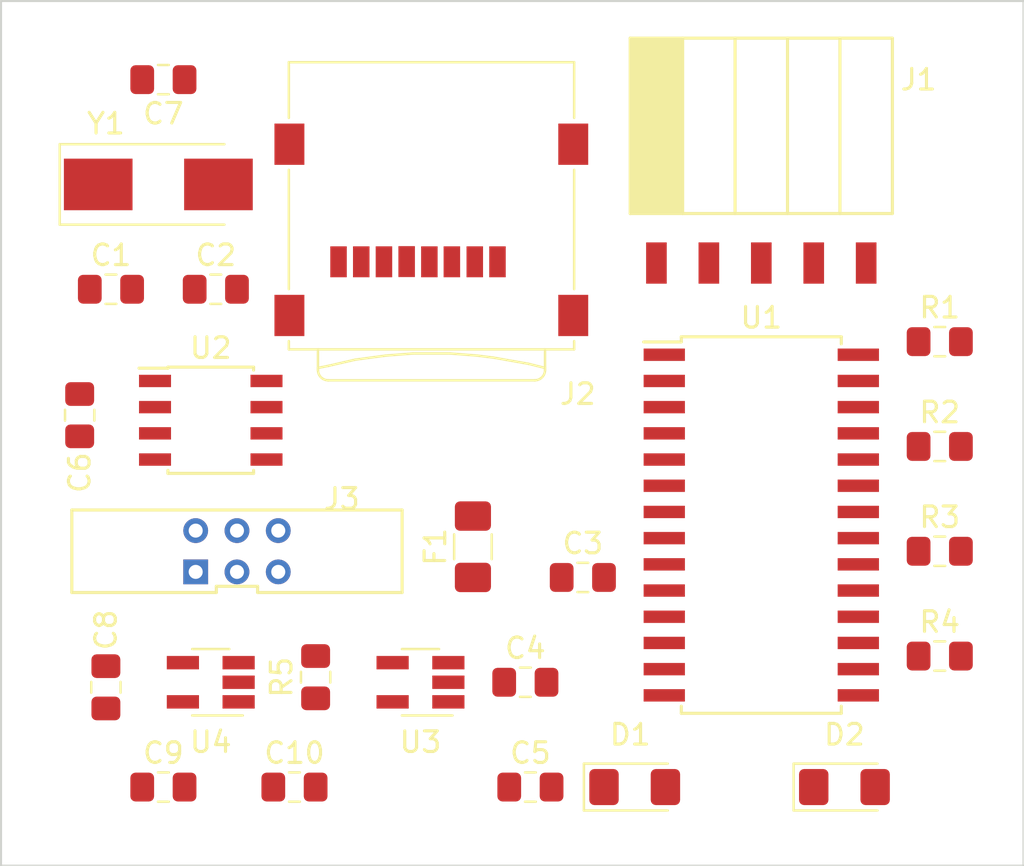
<source format=kicad_pcb>
(kicad_pcb (version 20171130) (host pcbnew "(5.0.1)-3")

  (general
    (thickness 1.6)
    (drawings 4)
    (tracks 0)
    (zones 0)
    (modules 26)
    (nets 38)
  )

  (page A4)
  (title_block
    (title "logger board")
    (rev v01)
    (comment 4 "Author: Joanna Diao")
  )

  (layers
    (0 F.Cu signal)
    (31 B.Cu signal)
    (32 B.Adhes user)
    (33 F.Adhes user)
    (34 B.Paste user)
    (35 F.Paste user)
    (36 B.SilkS user)
    (37 F.SilkS user)
    (38 B.Mask user)
    (39 F.Mask user)
    (40 Dwgs.User user)
    (41 Cmts.User user)
    (42 Eco1.User user)
    (43 Eco2.User user)
    (44 Edge.Cuts user)
    (45 Margin user)
    (46 B.CrtYd user)
    (47 F.CrtYd user)
    (48 B.Fab user)
    (49 F.Fab user)
  )

  (setup
    (last_trace_width 0.440004)
    (trace_clearance 0.254)
    (zone_clearance 0.508)
    (zone_45_only no)
    (trace_min 0.44)
    (segment_width 0.2)
    (edge_width 0.1)
    (via_size 0.762)
    (via_drill 0.381)
    (via_min_size 0.381)
    (via_min_drill 0.381)
    (uvia_size 0.762)
    (uvia_drill 0.381)
    (uvias_allowed no)
    (uvia_min_size 0.2)
    (uvia_min_drill 0.1)
    (pcb_text_width 0.3)
    (pcb_text_size 1.5 1.5)
    (mod_edge_width 0.15)
    (mod_text_size 1 1)
    (mod_text_width 0.15)
    (pad_size 1.5 1.5)
    (pad_drill 0.6)
    (pad_to_mask_clearance 0.0508)
    (solder_mask_min_width 0.25)
    (aux_axis_origin 0 0)
    (visible_elements 7FFFFFFF)
    (pcbplotparams
      (layerselection 0x010fc_ffffffff)
      (usegerberextensions false)
      (usegerberattributes false)
      (usegerberadvancedattributes false)
      (creategerberjobfile false)
      (excludeedgelayer true)
      (linewidth 0.100000)
      (plotframeref false)
      (viasonmask false)
      (mode 1)
      (useauxorigin false)
      (hpglpennumber 1)
      (hpglpenspeed 20)
      (hpglpendiameter 15.000000)
      (psnegative false)
      (psa4output false)
      (plotreference true)
      (plotvalue true)
      (plotinvisibletext false)
      (padsonsilk false)
      (subtractmaskfromsilk false)
      (outputformat 1)
      (mirror false)
      (drillshape 1)
      (scaleselection 1)
      (outputdirectory ""))
  )

  (net 0 "")
  (net 1 /OSC1)
  (net 2 GND)
  (net 3 /OSC2)
  (net 4 "Net-(C3-Pad1)")
  (net 5 +3V3)
  (net 6 +5V)
  (net 7 "Net-(D1-Pad2)")
  (net 8 "Net-(D1-Pad1)")
  (net 9 "Net-(D2-Pad1)")
  (net 10 "Net-(D2-Pad2)")
  (net 11 "Net-(F1-Pad1)")
  (net 12 "Net-(F1-Pad2)")
  (net 13 /ICSPCLK)
  (net 14 /ICSPDAT)
  (net 15 /~MCLR)
  (net 16 "Net-(J2-Pad9)")
  (net 17 "Net-(J2-Pad8)")
  (net 18 /SD1_MISO)
  (net 19 /SD1_SCLK)
  (net 20 /SD1_MOSI)
  (net 21 /SD1_CS)
  (net 22 "Net-(J2-Pad1)")
  (net 23 CANH)
  (net 24 CANL)
  (net 25 "Net-(J3-Pad5)")
  (net 26 "Net-(U1-Pad2)")
  (net 27 CURR_AMP)
  (net 28 "Net-(U1-Pad4)")
  (net 29 "Net-(U1-Pad5)")
  (net 30 "Net-(U1-Pad11)")
  (net 31 "Net-(U1-Pad12)")
  (net 32 "Net-(U1-Pad14)")
  (net 33 /CANRX)
  (net 34 /CANTX)
  (net 35 "Net-(U1-Pad23)")
  (net 36 "Net-(U1-Pad26)")
  (net 37 "Net-(U4-Pad4)")

  (net_class Default "This is the default net class."
    (clearance 0.254)
    (trace_width 0.440004)
    (via_dia 0.762)
    (via_drill 0.381)
    (uvia_dia 0.762)
    (uvia_drill 0.381)
    (diff_pair_gap 0.25)
    (diff_pair_width 0.440004)
    (add_net +3V3)
    (add_net +5V)
    (add_net /CANRX)
    (add_net /CANTX)
    (add_net /ICSPCLK)
    (add_net /ICSPDAT)
    (add_net /OSC1)
    (add_net /OSC2)
    (add_net /SD1_CS)
    (add_net /SD1_MISO)
    (add_net /SD1_MOSI)
    (add_net /SD1_SCLK)
    (add_net /~MCLR)
    (add_net CANH)
    (add_net CANL)
    (add_net CURR_AMP)
    (add_net GND)
    (add_net "Net-(C3-Pad1)")
    (add_net "Net-(D1-Pad1)")
    (add_net "Net-(D1-Pad2)")
    (add_net "Net-(D2-Pad1)")
    (add_net "Net-(D2-Pad2)")
    (add_net "Net-(F1-Pad1)")
    (add_net "Net-(F1-Pad2)")
    (add_net "Net-(J2-Pad1)")
    (add_net "Net-(J2-Pad8)")
    (add_net "Net-(J2-Pad9)")
    (add_net "Net-(J3-Pad5)")
    (add_net "Net-(U1-Pad11)")
    (add_net "Net-(U1-Pad12)")
    (add_net "Net-(U1-Pad14)")
    (add_net "Net-(U1-Pad2)")
    (add_net "Net-(U1-Pad23)")
    (add_net "Net-(U1-Pad26)")
    (add_net "Net-(U1-Pad4)")
    (add_net "Net-(U1-Pad5)")
    (add_net "Net-(U4-Pad4)")
  )

  (module Capacitor_SMD:C_0805_2012Metric_Pad1.15x1.40mm_HandSolder (layer F.Cu) (tedit 5B36C52B) (tstamp 5DDB0C96)
    (at 70.095 68.58)
    (descr "Capacitor SMD 0805 (2012 Metric), square (rectangular) end terminal, IPC_7351 nominal with elongated pad for handsoldering. (Body size source: https://docs.google.com/spreadsheets/d/1BsfQQcO9C6DZCsRaXUlFlo91Tg2WpOkGARC1WS5S8t0/edit?usp=sharing), generated with kicad-footprint-generator")
    (tags "capacitor handsolder")
    (path /5B9D2A77)
    (attr smd)
    (fp_text reference C1 (at 0 -1.65) (layer F.SilkS)
      (effects (font (size 1 1) (thickness 0.15)))
    )
    (fp_text value C_Small (at 0 1.65) (layer F.Fab)
      (effects (font (size 1 1) (thickness 0.15)))
    )
    (fp_line (start -1 0.6) (end -1 -0.6) (layer F.Fab) (width 0.1))
    (fp_line (start -1 -0.6) (end 1 -0.6) (layer F.Fab) (width 0.1))
    (fp_line (start 1 -0.6) (end 1 0.6) (layer F.Fab) (width 0.1))
    (fp_line (start 1 0.6) (end -1 0.6) (layer F.Fab) (width 0.1))
    (fp_line (start -0.261252 -0.71) (end 0.261252 -0.71) (layer F.SilkS) (width 0.12))
    (fp_line (start -0.261252 0.71) (end 0.261252 0.71) (layer F.SilkS) (width 0.12))
    (fp_line (start -1.85 0.95) (end -1.85 -0.95) (layer F.CrtYd) (width 0.05))
    (fp_line (start -1.85 -0.95) (end 1.85 -0.95) (layer F.CrtYd) (width 0.05))
    (fp_line (start 1.85 -0.95) (end 1.85 0.95) (layer F.CrtYd) (width 0.05))
    (fp_line (start 1.85 0.95) (end -1.85 0.95) (layer F.CrtYd) (width 0.05))
    (fp_text user %R (at 0 0) (layer F.Fab)
      (effects (font (size 0.5 0.5) (thickness 0.08)))
    )
    (pad 1 smd roundrect (at -1.025 0) (size 1.15 1.4) (layers F.Cu F.Paste F.Mask) (roundrect_rratio 0.217391)
      (net 1 /OSC1))
    (pad 2 smd roundrect (at 1.025 0) (size 1.15 1.4) (layers F.Cu F.Paste F.Mask) (roundrect_rratio 0.217391)
      (net 2 GND))
    (model ${KISYS3DMOD}/Capacitor_SMD.3dshapes/C_0805_2012Metric.wrl
      (at (xyz 0 0 0))
      (scale (xyz 1 1 1))
      (rotate (xyz 0 0 0))
    )
  )

  (module Capacitor_SMD:C_0805_2012Metric_Pad1.15x1.40mm_HandSolder (layer F.Cu) (tedit 5B36C52B) (tstamp 5DDB0CA7)
    (at 75.175 68.58)
    (descr "Capacitor SMD 0805 (2012 Metric), square (rectangular) end terminal, IPC_7351 nominal with elongated pad for handsoldering. (Body size source: https://docs.google.com/spreadsheets/d/1BsfQQcO9C6DZCsRaXUlFlo91Tg2WpOkGARC1WS5S8t0/edit?usp=sharing), generated with kicad-footprint-generator")
    (tags "capacitor handsolder")
    (path /5B9D2ABA)
    (attr smd)
    (fp_text reference C2 (at 0 -1.65) (layer F.SilkS)
      (effects (font (size 1 1) (thickness 0.15)))
    )
    (fp_text value C_Small (at 0 1.65) (layer F.Fab)
      (effects (font (size 1 1) (thickness 0.15)))
    )
    (fp_text user %R (at 0 0) (layer F.Fab)
      (effects (font (size 0.5 0.5) (thickness 0.08)))
    )
    (fp_line (start 1.85 0.95) (end -1.85 0.95) (layer F.CrtYd) (width 0.05))
    (fp_line (start 1.85 -0.95) (end 1.85 0.95) (layer F.CrtYd) (width 0.05))
    (fp_line (start -1.85 -0.95) (end 1.85 -0.95) (layer F.CrtYd) (width 0.05))
    (fp_line (start -1.85 0.95) (end -1.85 -0.95) (layer F.CrtYd) (width 0.05))
    (fp_line (start -0.261252 0.71) (end 0.261252 0.71) (layer F.SilkS) (width 0.12))
    (fp_line (start -0.261252 -0.71) (end 0.261252 -0.71) (layer F.SilkS) (width 0.12))
    (fp_line (start 1 0.6) (end -1 0.6) (layer F.Fab) (width 0.1))
    (fp_line (start 1 -0.6) (end 1 0.6) (layer F.Fab) (width 0.1))
    (fp_line (start -1 -0.6) (end 1 -0.6) (layer F.Fab) (width 0.1))
    (fp_line (start -1 0.6) (end -1 -0.6) (layer F.Fab) (width 0.1))
    (pad 2 smd roundrect (at 1.025 0) (size 1.15 1.4) (layers F.Cu F.Paste F.Mask) (roundrect_rratio 0.217391)
      (net 2 GND))
    (pad 1 smd roundrect (at -1.025 0) (size 1.15 1.4) (layers F.Cu F.Paste F.Mask) (roundrect_rratio 0.217391)
      (net 3 /OSC2))
    (model ${KISYS3DMOD}/Capacitor_SMD.3dshapes/C_0805_2012Metric.wrl
      (at (xyz 0 0 0))
      (scale (xyz 1 1 1))
      (rotate (xyz 0 0 0))
    )
  )

  (module Capacitor_SMD:C_0805_2012Metric_Pad1.15x1.40mm_HandSolder (layer F.Cu) (tedit 5B36C52B) (tstamp 5DDB0CB8)
    (at 92.955 82.55)
    (descr "Capacitor SMD 0805 (2012 Metric), square (rectangular) end terminal, IPC_7351 nominal with elongated pad for handsoldering. (Body size source: https://docs.google.com/spreadsheets/d/1BsfQQcO9C6DZCsRaXUlFlo91Tg2WpOkGARC1WS5S8t0/edit?usp=sharing), generated with kicad-footprint-generator")
    (tags "capacitor handsolder")
    (path /5B9D1690)
    (attr smd)
    (fp_text reference C3 (at 0 -1.65) (layer F.SilkS)
      (effects (font (size 1 1) (thickness 0.15)))
    )
    (fp_text value 10u (at 0 1.65) (layer F.Fab)
      (effects (font (size 1 1) (thickness 0.15)))
    )
    (fp_line (start -1 0.6) (end -1 -0.6) (layer F.Fab) (width 0.1))
    (fp_line (start -1 -0.6) (end 1 -0.6) (layer F.Fab) (width 0.1))
    (fp_line (start 1 -0.6) (end 1 0.6) (layer F.Fab) (width 0.1))
    (fp_line (start 1 0.6) (end -1 0.6) (layer F.Fab) (width 0.1))
    (fp_line (start -0.261252 -0.71) (end 0.261252 -0.71) (layer F.SilkS) (width 0.12))
    (fp_line (start -0.261252 0.71) (end 0.261252 0.71) (layer F.SilkS) (width 0.12))
    (fp_line (start -1.85 0.95) (end -1.85 -0.95) (layer F.CrtYd) (width 0.05))
    (fp_line (start -1.85 -0.95) (end 1.85 -0.95) (layer F.CrtYd) (width 0.05))
    (fp_line (start 1.85 -0.95) (end 1.85 0.95) (layer F.CrtYd) (width 0.05))
    (fp_line (start 1.85 0.95) (end -1.85 0.95) (layer F.CrtYd) (width 0.05))
    (fp_text user %R (at 0 0) (layer F.Fab)
      (effects (font (size 0.5 0.5) (thickness 0.08)))
    )
    (pad 1 smd roundrect (at -1.025 0) (size 1.15 1.4) (layers F.Cu F.Paste F.Mask) (roundrect_rratio 0.217391)
      (net 4 "Net-(C3-Pad1)"))
    (pad 2 smd roundrect (at 1.025 0) (size 1.15 1.4) (layers F.Cu F.Paste F.Mask) (roundrect_rratio 0.217391)
      (net 2 GND))
    (model ${KISYS3DMOD}/Capacitor_SMD.3dshapes/C_0805_2012Metric.wrl
      (at (xyz 0 0 0))
      (scale (xyz 1 1 1))
      (rotate (xyz 0 0 0))
    )
  )

  (module Capacitor_SMD:C_0805_2012Metric_Pad1.15x1.40mm_HandSolder (layer F.Cu) (tedit 5B36C52B) (tstamp 5DDB0CC9)
    (at 90.17 87.63)
    (descr "Capacitor SMD 0805 (2012 Metric), square (rectangular) end terminal, IPC_7351 nominal with elongated pad for handsoldering. (Body size source: https://docs.google.com/spreadsheets/d/1BsfQQcO9C6DZCsRaXUlFlo91Tg2WpOkGARC1WS5S8t0/edit?usp=sharing), generated with kicad-footprint-generator")
    (tags "capacitor handsolder")
    (path /5B9D1079)
    (attr smd)
    (fp_text reference C4 (at 0 -1.65) (layer F.SilkS)
      (effects (font (size 1 1) (thickness 0.15)))
    )
    (fp_text value 0.1u (at 0 1.65) (layer F.Fab)
      (effects (font (size 1 1) (thickness 0.15)))
    )
    (fp_line (start -1 0.6) (end -1 -0.6) (layer F.Fab) (width 0.1))
    (fp_line (start -1 -0.6) (end 1 -0.6) (layer F.Fab) (width 0.1))
    (fp_line (start 1 -0.6) (end 1 0.6) (layer F.Fab) (width 0.1))
    (fp_line (start 1 0.6) (end -1 0.6) (layer F.Fab) (width 0.1))
    (fp_line (start -0.261252 -0.71) (end 0.261252 -0.71) (layer F.SilkS) (width 0.12))
    (fp_line (start -0.261252 0.71) (end 0.261252 0.71) (layer F.SilkS) (width 0.12))
    (fp_line (start -1.85 0.95) (end -1.85 -0.95) (layer F.CrtYd) (width 0.05))
    (fp_line (start -1.85 -0.95) (end 1.85 -0.95) (layer F.CrtYd) (width 0.05))
    (fp_line (start 1.85 -0.95) (end 1.85 0.95) (layer F.CrtYd) (width 0.05))
    (fp_line (start 1.85 0.95) (end -1.85 0.95) (layer F.CrtYd) (width 0.05))
    (fp_text user %R (at 0 0) (layer F.Fab)
      (effects (font (size 0.5 0.5) (thickness 0.08)))
    )
    (pad 1 smd roundrect (at -1.025 0) (size 1.15 1.4) (layers F.Cu F.Paste F.Mask) (roundrect_rratio 0.217391)
      (net 5 +3V3))
    (pad 2 smd roundrect (at 1.025 0) (size 1.15 1.4) (layers F.Cu F.Paste F.Mask) (roundrect_rratio 0.217391)
      (net 2 GND))
    (model ${KISYS3DMOD}/Capacitor_SMD.3dshapes/C_0805_2012Metric.wrl
      (at (xyz 0 0 0))
      (scale (xyz 1 1 1))
      (rotate (xyz 0 0 0))
    )
  )

  (module Capacitor_SMD:C_0805_2012Metric_Pad1.15x1.40mm_HandSolder (layer F.Cu) (tedit 5B36C52B) (tstamp 5DDB0CDA)
    (at 90.415 92.71)
    (descr "Capacitor SMD 0805 (2012 Metric), square (rectangular) end terminal, IPC_7351 nominal with elongated pad for handsoldering. (Body size source: https://docs.google.com/spreadsheets/d/1BsfQQcO9C6DZCsRaXUlFlo91Tg2WpOkGARC1WS5S8t0/edit?usp=sharing), generated with kicad-footprint-generator")
    (tags "capacitor handsolder")
    (path /5B9D10DB)
    (attr smd)
    (fp_text reference C5 (at 0 -1.65) (layer F.SilkS)
      (effects (font (size 1 1) (thickness 0.15)))
    )
    (fp_text value 0.1u (at 0 1.65) (layer F.Fab)
      (effects (font (size 1 1) (thickness 0.15)))
    )
    (fp_line (start -1 0.6) (end -1 -0.6) (layer F.Fab) (width 0.1))
    (fp_line (start -1 -0.6) (end 1 -0.6) (layer F.Fab) (width 0.1))
    (fp_line (start 1 -0.6) (end 1 0.6) (layer F.Fab) (width 0.1))
    (fp_line (start 1 0.6) (end -1 0.6) (layer F.Fab) (width 0.1))
    (fp_line (start -0.261252 -0.71) (end 0.261252 -0.71) (layer F.SilkS) (width 0.12))
    (fp_line (start -0.261252 0.71) (end 0.261252 0.71) (layer F.SilkS) (width 0.12))
    (fp_line (start -1.85 0.95) (end -1.85 -0.95) (layer F.CrtYd) (width 0.05))
    (fp_line (start -1.85 -0.95) (end 1.85 -0.95) (layer F.CrtYd) (width 0.05))
    (fp_line (start 1.85 -0.95) (end 1.85 0.95) (layer F.CrtYd) (width 0.05))
    (fp_line (start 1.85 0.95) (end -1.85 0.95) (layer F.CrtYd) (width 0.05))
    (fp_text user %R (at 0 0) (layer F.Fab)
      (effects (font (size 0.5 0.5) (thickness 0.08)))
    )
    (pad 1 smd roundrect (at -1.025 0) (size 1.15 1.4) (layers F.Cu F.Paste F.Mask) (roundrect_rratio 0.217391)
      (net 2 GND))
    (pad 2 smd roundrect (at 1.025 0) (size 1.15 1.4) (layers F.Cu F.Paste F.Mask) (roundrect_rratio 0.217391)
      (net 5 +3V3))
    (model ${KISYS3DMOD}/Capacitor_SMD.3dshapes/C_0805_2012Metric.wrl
      (at (xyz 0 0 0))
      (scale (xyz 1 1 1))
      (rotate (xyz 0 0 0))
    )
  )

  (module Capacitor_SMD:C_0805_2012Metric_Pad1.15x1.40mm_HandSolder (layer F.Cu) (tedit 5B36C52B) (tstamp 5DDB0CEB)
    (at 68.58 74.685 90)
    (descr "Capacitor SMD 0805 (2012 Metric), square (rectangular) end terminal, IPC_7351 nominal with elongated pad for handsoldering. (Body size source: https://docs.google.com/spreadsheets/d/1BsfQQcO9C6DZCsRaXUlFlo91Tg2WpOkGARC1WS5S8t0/edit?usp=sharing), generated with kicad-footprint-generator")
    (tags "capacitor handsolder")
    (path /5BDE69DD)
    (attr smd)
    (fp_text reference C6 (at -2.785 0 90) (layer F.SilkS)
      (effects (font (size 1 1) (thickness 0.15)))
    )
    (fp_text value C (at -0.245 1.27 90) (layer F.Fab)
      (effects (font (size 1 1) (thickness 0.15)))
    )
    (fp_text user %R (at 0 0 90) (layer F.Fab)
      (effects (font (size 0.5 0.5) (thickness 0.08)))
    )
    (fp_line (start 1.85 0.95) (end -1.85 0.95) (layer F.CrtYd) (width 0.05))
    (fp_line (start 1.85 -0.95) (end 1.85 0.95) (layer F.CrtYd) (width 0.05))
    (fp_line (start -1.85 -0.95) (end 1.85 -0.95) (layer F.CrtYd) (width 0.05))
    (fp_line (start -1.85 0.95) (end -1.85 -0.95) (layer F.CrtYd) (width 0.05))
    (fp_line (start -0.261252 0.71) (end 0.261252 0.71) (layer F.SilkS) (width 0.12))
    (fp_line (start -0.261252 -0.71) (end 0.261252 -0.71) (layer F.SilkS) (width 0.12))
    (fp_line (start 1 0.6) (end -1 0.6) (layer F.Fab) (width 0.1))
    (fp_line (start 1 -0.6) (end 1 0.6) (layer F.Fab) (width 0.1))
    (fp_line (start -1 -0.6) (end 1 -0.6) (layer F.Fab) (width 0.1))
    (fp_line (start -1 0.6) (end -1 -0.6) (layer F.Fab) (width 0.1))
    (pad 2 smd roundrect (at 1.025 0 90) (size 1.15 1.4) (layers F.Cu F.Paste F.Mask) (roundrect_rratio 0.217391)
      (net 2 GND))
    (pad 1 smd roundrect (at -1.025 0 90) (size 1.15 1.4) (layers F.Cu F.Paste F.Mask) (roundrect_rratio 0.217391)
      (net 6 +5V))
    (model ${KISYS3DMOD}/Capacitor_SMD.3dshapes/C_0805_2012Metric.wrl
      (at (xyz 0 0 0))
      (scale (xyz 1 1 1))
      (rotate (xyz 0 0 0))
    )
  )

  (module Capacitor_SMD:C_0805_2012Metric_Pad1.15x1.40mm_HandSolder (layer F.Cu) (tedit 5B36C52B) (tstamp 5E1A49C2)
    (at 72.635 58.42 180)
    (descr "Capacitor SMD 0805 (2012 Metric), square (rectangular) end terminal, IPC_7351 nominal with elongated pad for handsoldering. (Body size source: https://docs.google.com/spreadsheets/d/1BsfQQcO9C6DZCsRaXUlFlo91Tg2WpOkGARC1WS5S8t0/edit?usp=sharing), generated with kicad-footprint-generator")
    (tags "capacitor handsolder")
    (path /5B9D7D87/5B9D8023)
    (attr smd)
    (fp_text reference C7 (at 0 -1.65 180) (layer F.SilkS)
      (effects (font (size 1 1) (thickness 0.15)))
    )
    (fp_text value 4.7uF (at 0 1.65 180) (layer F.Fab)
      (effects (font (size 1 1) (thickness 0.15)))
    )
    (fp_text user %R (at 0 0 180) (layer F.Fab)
      (effects (font (size 0.5 0.5) (thickness 0.08)))
    )
    (fp_line (start 1.85 0.95) (end -1.85 0.95) (layer F.CrtYd) (width 0.05))
    (fp_line (start 1.85 -0.95) (end 1.85 0.95) (layer F.CrtYd) (width 0.05))
    (fp_line (start -1.85 -0.95) (end 1.85 -0.95) (layer F.CrtYd) (width 0.05))
    (fp_line (start -1.85 0.95) (end -1.85 -0.95) (layer F.CrtYd) (width 0.05))
    (fp_line (start -0.261252 0.71) (end 0.261252 0.71) (layer F.SilkS) (width 0.12))
    (fp_line (start -0.261252 -0.71) (end 0.261252 -0.71) (layer F.SilkS) (width 0.12))
    (fp_line (start 1 0.6) (end -1 0.6) (layer F.Fab) (width 0.1))
    (fp_line (start 1 -0.6) (end 1 0.6) (layer F.Fab) (width 0.1))
    (fp_line (start -1 -0.6) (end 1 -0.6) (layer F.Fab) (width 0.1))
    (fp_line (start -1 0.6) (end -1 -0.6) (layer F.Fab) (width 0.1))
    (pad 2 smd roundrect (at 1.025 0 180) (size 1.15 1.4) (layers F.Cu F.Paste F.Mask) (roundrect_rratio 0.217391)
      (net 2 GND))
    (pad 1 smd roundrect (at -1.025 0 180) (size 1.15 1.4) (layers F.Cu F.Paste F.Mask) (roundrect_rratio 0.217391)
      (net 5 +3V3))
    (model ${KISYS3DMOD}/Capacitor_SMD.3dshapes/C_0805_2012Metric.wrl
      (at (xyz 0 0 0))
      (scale (xyz 1 1 1))
      (rotate (xyz 0 0 0))
    )
  )

  (module Capacitor_SMD:C_0805_2012Metric_Pad1.15x1.40mm_HandSolder (layer F.Cu) (tedit 5B36C52B) (tstamp 5DDB0D0D)
    (at 69.85 87.875 90)
    (descr "Capacitor SMD 0805 (2012 Metric), square (rectangular) end terminal, IPC_7351 nominal with elongated pad for handsoldering. (Body size source: https://docs.google.com/spreadsheets/d/1BsfQQcO9C6DZCsRaXUlFlo91Tg2WpOkGARC1WS5S8t0/edit?usp=sharing), generated with kicad-footprint-generator")
    (tags "capacitor handsolder")
    (path /5BA13536/5B9DE73F)
    (attr smd)
    (fp_text reference C8 (at 2.785 0 90) (layer F.SilkS)
      (effects (font (size 1 1) (thickness 0.15)))
    )
    (fp_text value 0.1u (at 0 1.65 90) (layer F.Fab)
      (effects (font (size 1 1) (thickness 0.15)))
    )
    (fp_text user %R (at 0 0 90) (layer F.Fab)
      (effects (font (size 0.5 0.5) (thickness 0.08)))
    )
    (fp_line (start 1.85 0.95) (end -1.85 0.95) (layer F.CrtYd) (width 0.05))
    (fp_line (start 1.85 -0.95) (end 1.85 0.95) (layer F.CrtYd) (width 0.05))
    (fp_line (start -1.85 -0.95) (end 1.85 -0.95) (layer F.CrtYd) (width 0.05))
    (fp_line (start -1.85 0.95) (end -1.85 -0.95) (layer F.CrtYd) (width 0.05))
    (fp_line (start -0.261252 0.71) (end 0.261252 0.71) (layer F.SilkS) (width 0.12))
    (fp_line (start -0.261252 -0.71) (end 0.261252 -0.71) (layer F.SilkS) (width 0.12))
    (fp_line (start 1 0.6) (end -1 0.6) (layer F.Fab) (width 0.1))
    (fp_line (start 1 -0.6) (end 1 0.6) (layer F.Fab) (width 0.1))
    (fp_line (start -1 -0.6) (end 1 -0.6) (layer F.Fab) (width 0.1))
    (fp_line (start -1 0.6) (end -1 -0.6) (layer F.Fab) (width 0.1))
    (pad 2 smd roundrect (at 1.025 0 90) (size 1.15 1.4) (layers F.Cu F.Paste F.Mask) (roundrect_rratio 0.217391)
      (net 5 +3V3))
    (pad 1 smd roundrect (at -1.025 0 90) (size 1.15 1.4) (layers F.Cu F.Paste F.Mask) (roundrect_rratio 0.217391)
      (net 2 GND))
    (model ${KISYS3DMOD}/Capacitor_SMD.3dshapes/C_0805_2012Metric.wrl
      (at (xyz 0 0 0))
      (scale (xyz 1 1 1))
      (rotate (xyz 0 0 0))
    )
  )

  (module Capacitor_SMD:C_0805_2012Metric_Pad1.15x1.40mm_HandSolder (layer F.Cu) (tedit 5B36C52B) (tstamp 5DDB0D1E)
    (at 72.635 92.71)
    (descr "Capacitor SMD 0805 (2012 Metric), square (rectangular) end terminal, IPC_7351 nominal with elongated pad for handsoldering. (Body size source: https://docs.google.com/spreadsheets/d/1BsfQQcO9C6DZCsRaXUlFlo91Tg2WpOkGARC1WS5S8t0/edit?usp=sharing), generated with kicad-footprint-generator")
    (tags "capacitor handsolder")
    (path /5BA13536/5B9E51A5)
    (attr smd)
    (fp_text reference C9 (at 0 -1.65) (layer F.SilkS)
      (effects (font (size 1 1) (thickness 0.15)))
    )
    (fp_text value 4.7u (at 0 1.65) (layer F.Fab)
      (effects (font (size 1 1) (thickness 0.15)))
    )
    (fp_line (start -1 0.6) (end -1 -0.6) (layer F.Fab) (width 0.1))
    (fp_line (start -1 -0.6) (end 1 -0.6) (layer F.Fab) (width 0.1))
    (fp_line (start 1 -0.6) (end 1 0.6) (layer F.Fab) (width 0.1))
    (fp_line (start 1 0.6) (end -1 0.6) (layer F.Fab) (width 0.1))
    (fp_line (start -0.261252 -0.71) (end 0.261252 -0.71) (layer F.SilkS) (width 0.12))
    (fp_line (start -0.261252 0.71) (end 0.261252 0.71) (layer F.SilkS) (width 0.12))
    (fp_line (start -1.85 0.95) (end -1.85 -0.95) (layer F.CrtYd) (width 0.05))
    (fp_line (start -1.85 -0.95) (end 1.85 -0.95) (layer F.CrtYd) (width 0.05))
    (fp_line (start 1.85 -0.95) (end 1.85 0.95) (layer F.CrtYd) (width 0.05))
    (fp_line (start 1.85 0.95) (end -1.85 0.95) (layer F.CrtYd) (width 0.05))
    (fp_text user %R (at 0 0) (layer F.Fab)
      (effects (font (size 0.5 0.5) (thickness 0.08)))
    )
    (pad 1 smd roundrect (at -1.025 0) (size 1.15 1.4) (layers F.Cu F.Paste F.Mask) (roundrect_rratio 0.217391)
      (net 2 GND))
    (pad 2 smd roundrect (at 1.025 0) (size 1.15 1.4) (layers F.Cu F.Paste F.Mask) (roundrect_rratio 0.217391)
      (net 6 +5V))
    (model ${KISYS3DMOD}/Capacitor_SMD.3dshapes/C_0805_2012Metric.wrl
      (at (xyz 0 0 0))
      (scale (xyz 1 1 1))
      (rotate (xyz 0 0 0))
    )
  )

  (module Capacitor_SMD:C_0805_2012Metric_Pad1.15x1.40mm_HandSolder (layer F.Cu) (tedit 5B36C52B) (tstamp 5DDB0D2F)
    (at 78.985 92.71)
    (descr "Capacitor SMD 0805 (2012 Metric), square (rectangular) end terminal, IPC_7351 nominal with elongated pad for handsoldering. (Body size source: https://docs.google.com/spreadsheets/d/1BsfQQcO9C6DZCsRaXUlFlo91Tg2WpOkGARC1WS5S8t0/edit?usp=sharing), generated with kicad-footprint-generator")
    (tags "capacitor handsolder")
    (path /5BA13536/5B9E5217)
    (attr smd)
    (fp_text reference C10 (at 0 -1.65) (layer F.SilkS)
      (effects (font (size 1 1) (thickness 0.15)))
    )
    (fp_text value 4.7u (at 0 1.65) (layer F.Fab)
      (effects (font (size 1 1) (thickness 0.15)))
    )
    (fp_text user %R (at 0 0) (layer F.Fab)
      (effects (font (size 0.5 0.5) (thickness 0.08)))
    )
    (fp_line (start 1.85 0.95) (end -1.85 0.95) (layer F.CrtYd) (width 0.05))
    (fp_line (start 1.85 -0.95) (end 1.85 0.95) (layer F.CrtYd) (width 0.05))
    (fp_line (start -1.85 -0.95) (end 1.85 -0.95) (layer F.CrtYd) (width 0.05))
    (fp_line (start -1.85 0.95) (end -1.85 -0.95) (layer F.CrtYd) (width 0.05))
    (fp_line (start -0.261252 0.71) (end 0.261252 0.71) (layer F.SilkS) (width 0.12))
    (fp_line (start -0.261252 -0.71) (end 0.261252 -0.71) (layer F.SilkS) (width 0.12))
    (fp_line (start 1 0.6) (end -1 0.6) (layer F.Fab) (width 0.1))
    (fp_line (start 1 -0.6) (end 1 0.6) (layer F.Fab) (width 0.1))
    (fp_line (start -1 -0.6) (end 1 -0.6) (layer F.Fab) (width 0.1))
    (fp_line (start -1 0.6) (end -1 -0.6) (layer F.Fab) (width 0.1))
    (pad 2 smd roundrect (at 1.025 0) (size 1.15 1.4) (layers F.Cu F.Paste F.Mask) (roundrect_rratio 0.217391)
      (net 5 +3V3))
    (pad 1 smd roundrect (at -1.025 0) (size 1.15 1.4) (layers F.Cu F.Paste F.Mask) (roundrect_rratio 0.217391)
      (net 2 GND))
    (model ${KISYS3DMOD}/Capacitor_SMD.3dshapes/C_0805_2012Metric.wrl
      (at (xyz 0 0 0))
      (scale (xyz 1 1 1))
      (rotate (xyz 0 0 0))
    )
  )

  (module LED_SMD:LED_1206_3216Metric_Pad1.42x1.75mm_HandSolder (layer F.Cu) (tedit 5B4B45C9) (tstamp 5DDB0D42)
    (at 95.4675 92.71)
    (descr "LED SMD 1206 (3216 Metric), square (rectangular) end terminal, IPC_7351 nominal, (Body size source: http://www.tortai-tech.com/upload/download/2011102023233369053.pdf), generated with kicad-footprint-generator")
    (tags "LED handsolder")
    (path /5B9F454C)
    (attr smd)
    (fp_text reference D1 (at -0.2175 -2.54) (layer F.SilkS)
      (effects (font (size 1 1) (thickness 0.15)))
    )
    (fp_text value DEBUG2 (at -0.2175 2.54) (layer F.Fab)
      (effects (font (size 1 1) (thickness 0.15)))
    )
    (fp_text user %R (at 0 0) (layer F.Fab)
      (effects (font (size 0.8 0.8) (thickness 0.12)))
    )
    (fp_line (start 2.45 1.12) (end -2.45 1.12) (layer F.CrtYd) (width 0.05))
    (fp_line (start 2.45 -1.12) (end 2.45 1.12) (layer F.CrtYd) (width 0.05))
    (fp_line (start -2.45 -1.12) (end 2.45 -1.12) (layer F.CrtYd) (width 0.05))
    (fp_line (start -2.45 1.12) (end -2.45 -1.12) (layer F.CrtYd) (width 0.05))
    (fp_line (start -2.46 1.135) (end 1.6 1.135) (layer F.SilkS) (width 0.12))
    (fp_line (start -2.46 -1.135) (end -2.46 1.135) (layer F.SilkS) (width 0.12))
    (fp_line (start 1.6 -1.135) (end -2.46 -1.135) (layer F.SilkS) (width 0.12))
    (fp_line (start 1.6 0.8) (end 1.6 -0.8) (layer F.Fab) (width 0.1))
    (fp_line (start -1.6 0.8) (end 1.6 0.8) (layer F.Fab) (width 0.1))
    (fp_line (start -1.6 -0.4) (end -1.6 0.8) (layer F.Fab) (width 0.1))
    (fp_line (start -1.2 -0.8) (end -1.6 -0.4) (layer F.Fab) (width 0.1))
    (fp_line (start 1.6 -0.8) (end -1.2 -0.8) (layer F.Fab) (width 0.1))
    (pad 2 smd roundrect (at 1.4875 0) (size 1.425 1.75) (layers F.Cu F.Paste F.Mask) (roundrect_rratio 0.175439)
      (net 7 "Net-(D1-Pad2)"))
    (pad 1 smd roundrect (at -1.4875 0) (size 1.425 1.75) (layers F.Cu F.Paste F.Mask) (roundrect_rratio 0.175439)
      (net 8 "Net-(D1-Pad1)"))
    (model ${KISYS3DMOD}/LED_SMD.3dshapes/LED_1206_3216Metric.wrl
      (at (xyz 0 0 0))
      (scale (xyz 1 1 1))
      (rotate (xyz 0 0 0))
    )
  )

  (module LED_SMD:LED_1206_3216Metric_Pad1.42x1.75mm_HandSolder (layer F.Cu) (tedit 5B4B45C9) (tstamp 5DDB0D55)
    (at 105.6275 92.71)
    (descr "LED SMD 1206 (3216 Metric), square (rectangular) end terminal, IPC_7351 nominal, (Body size source: http://www.tortai-tech.com/upload/download/2011102023233369053.pdf), generated with kicad-footprint-generator")
    (tags "LED handsolder")
    (path /5B9F46EE)
    (attr smd)
    (fp_text reference D2 (at 0 -2.54) (layer F.SilkS)
      (effects (font (size 1 1) (thickness 0.15)))
    )
    (fp_text value DEBUG1 (at 0 2.54) (layer F.Fab)
      (effects (font (size 1 1) (thickness 0.15)))
    )
    (fp_line (start 1.6 -0.8) (end -1.2 -0.8) (layer F.Fab) (width 0.1))
    (fp_line (start -1.2 -0.8) (end -1.6 -0.4) (layer F.Fab) (width 0.1))
    (fp_line (start -1.6 -0.4) (end -1.6 0.8) (layer F.Fab) (width 0.1))
    (fp_line (start -1.6 0.8) (end 1.6 0.8) (layer F.Fab) (width 0.1))
    (fp_line (start 1.6 0.8) (end 1.6 -0.8) (layer F.Fab) (width 0.1))
    (fp_line (start 1.6 -1.135) (end -2.46 -1.135) (layer F.SilkS) (width 0.12))
    (fp_line (start -2.46 -1.135) (end -2.46 1.135) (layer F.SilkS) (width 0.12))
    (fp_line (start -2.46 1.135) (end 1.6 1.135) (layer F.SilkS) (width 0.12))
    (fp_line (start -2.45 1.12) (end -2.45 -1.12) (layer F.CrtYd) (width 0.05))
    (fp_line (start -2.45 -1.12) (end 2.45 -1.12) (layer F.CrtYd) (width 0.05))
    (fp_line (start 2.45 -1.12) (end 2.45 1.12) (layer F.CrtYd) (width 0.05))
    (fp_line (start 2.45 1.12) (end -2.45 1.12) (layer F.CrtYd) (width 0.05))
    (fp_text user %R (at 0 0) (layer F.Fab)
      (effects (font (size 0.8 0.8) (thickness 0.12)))
    )
    (pad 1 smd roundrect (at -1.4875 0) (size 1.425 1.75) (layers F.Cu F.Paste F.Mask) (roundrect_rratio 0.175439)
      (net 9 "Net-(D2-Pad1)"))
    (pad 2 smd roundrect (at 1.4875 0) (size 1.425 1.75) (layers F.Cu F.Paste F.Mask) (roundrect_rratio 0.175439)
      (net 10 "Net-(D2-Pad2)"))
    (model ${KISYS3DMOD}/LED_SMD.3dshapes/LED_1206_3216Metric.wrl
      (at (xyz 0 0 0))
      (scale (xyz 1 1 1))
      (rotate (xyz 0 0 0))
    )
  )

  (module Fuse:Fuse_1206_3216Metric_Pad1.42x1.75mm_HandSolder (layer F.Cu) (tedit 5B301BBE) (tstamp 5DDB0D66)
    (at 87.63 81.0625 90)
    (descr "Fuse SMD 1206 (3216 Metric), square (rectangular) end terminal, IPC_7351 nominal with elongated pad for handsoldering. (Body size source: http://www.tortai-tech.com/upload/download/2011102023233369053.pdf), generated with kicad-footprint-generator")
    (tags "resistor handsolder")
    (path /5BA13536/5BAC77C2)
    (attr smd)
    (fp_text reference F1 (at 0 -1.82 90) (layer F.SilkS)
      (effects (font (size 1 1) (thickness 0.15)))
    )
    (fp_text value Polyfuse (at 0 1.82 90) (layer F.Fab)
      (effects (font (size 1 1) (thickness 0.15)))
    )
    (fp_line (start -1.6 0.8) (end -1.6 -0.8) (layer F.Fab) (width 0.1))
    (fp_line (start -1.6 -0.8) (end 1.6 -0.8) (layer F.Fab) (width 0.1))
    (fp_line (start 1.6 -0.8) (end 1.6 0.8) (layer F.Fab) (width 0.1))
    (fp_line (start 1.6 0.8) (end -1.6 0.8) (layer F.Fab) (width 0.1))
    (fp_line (start -0.602064 -0.91) (end 0.602064 -0.91) (layer F.SilkS) (width 0.12))
    (fp_line (start -0.602064 0.91) (end 0.602064 0.91) (layer F.SilkS) (width 0.12))
    (fp_line (start -2.45 1.12) (end -2.45 -1.12) (layer F.CrtYd) (width 0.05))
    (fp_line (start -2.45 -1.12) (end 2.45 -1.12) (layer F.CrtYd) (width 0.05))
    (fp_line (start 2.45 -1.12) (end 2.45 1.12) (layer F.CrtYd) (width 0.05))
    (fp_line (start 2.45 1.12) (end -2.45 1.12) (layer F.CrtYd) (width 0.05))
    (fp_text user %R (at 0 0 90) (layer F.Fab)
      (effects (font (size 0.8 0.8) (thickness 0.12)))
    )
    (pad 1 smd roundrect (at -1.4875 0 90) (size 1.425 1.75) (layers F.Cu F.Paste F.Mask) (roundrect_rratio 0.175439)
      (net 11 "Net-(F1-Pad1)"))
    (pad 2 smd roundrect (at 1.4875 0 90) (size 1.425 1.75) (layers F.Cu F.Paste F.Mask) (roundrect_rratio 0.175439)
      (net 12 "Net-(F1-Pad2)"))
    (model ${KISYS3DMOD}/Fuse.3dshapes/Fuse_1206_3216Metric.wrl
      (at (xyz 0 0 0))
      (scale (xyz 1 1 1))
      (rotate (xyz 0 0 0))
    )
  )

  (module canhw_footprints:PinHeader_5x2.54_SMD_90deg_952-3198-1-ND (layer F.Cu) (tedit 5BBBD10E) (tstamp 5DDB0D78)
    (at 96.52 67.31)
    (path /5B9ED738)
    (fp_text reference J1 (at 12.7 -8.89) (layer F.SilkS)
      (effects (font (size 1 1) (thickness 0.15)))
    )
    (fp_text value Conn_01x05_Female (at 5.08 -3.81) (layer F.Fab)
      (effects (font (size 1 1) (thickness 0.15)))
    )
    (fp_line (start -1.27 -2.4) (end 11.43 -2.4) (layer F.SilkS) (width 0.15))
    (fp_line (start -1.27 -10.9) (end 11.43 -10.9) (layer F.SilkS) (width 0.15))
    (fp_line (start -1.27 -2.4) (end -1.27 -10.9) (layer F.SilkS) (width 0.15))
    (fp_line (start 11.43 -2.4) (end 11.43 -10.9) (layer F.SilkS) (width 0.15))
    (fp_line (start 8.89 -2.4) (end 8.89 -10.9) (layer F.SilkS) (width 0.15))
    (fp_line (start 3.81 -2.4) (end 3.81 -10.9) (layer F.SilkS) (width 0.15))
    (fp_line (start 6.35 -2.4) (end 6.35 -10.9) (layer F.SilkS) (width 0.15))
    (fp_line (start 1.27 -2.4) (end 1.27 -10.9) (layer F.SilkS) (width 0.15))
    (fp_poly (pts (xy -1.2192 -10.8458) (xy 1.2192 -10.8458) (xy 1.2192 -2.4638) (xy -1.2192 -2.4638)) (layer F.SilkS) (width 0.15))
    (pad 1 smd rect (at 0 0) (size 1 2) (layers F.Cu F.Paste F.Mask)
      (net 13 /ICSPCLK))
    (pad 2 smd rect (at 2.54 0) (size 1 2) (layers F.Cu F.Paste F.Mask)
      (net 14 /ICSPDAT))
    (pad 3 smd rect (at 5.08 0) (size 1 2) (layers F.Cu F.Paste F.Mask)
      (net 2 GND))
    (pad 4 smd rect (at 7.62 0) (size 1 2) (layers F.Cu F.Paste F.Mask)
      (net 5 +3V3))
    (pad 5 smd rect (at 10.16 0) (size 1 2) (layers F.Cu F.Paste F.Mask)
      (net 15 /~MCLR))
  )

  (module canhw_footprints:microSD_Molex_WM6698CT-ND (layer F.Cu) (tedit 5BAD20FC) (tstamp 5DDB0DA7)
    (at 78.74 69.85)
    (descr http://katalog.we-online.de/em/datasheet/693072010801.pdf)
    (tags "Micro SD Wuerth Wurth Würth")
    (path /5B9D7D87/5B9D7E5B)
    (attr smd)
    (fp_text reference J2 (at 13.97 3.81 180) (layer F.SilkS)
      (effects (font (size 1 1) (thickness 0.15)))
    )
    (fp_text value Micro_SD_Card (at 7.62 5.08) (layer F.Fab)
      (effects (font (size 1 1) (thickness 0.15)))
    )
    (fp_text user %R (at 6.8834 -5.3156 180) (layer F.Fab)
      (effects (font (size 1 1) (thickness 0.15)))
    )
    (fp_line (start 13.6834 -12.1656) (end 0.0834 -12.1656) (layer F.Fab) (width 0.1))
    (fp_line (start 13.6834 1.5344) (end 13.6834 -12.1656) (layer F.Fab) (width 0.1))
    (fp_line (start 0.0834 1.5344) (end 13.6834 1.5344) (layer F.Fab) (width 0.1))
    (fp_line (start 0.0834 -12.1656) (end 0.0834 1.5344) (layer F.Fab) (width 0.1))
    (fp_line (start 1.8834 2.4444) (end 1.3834 2.5444) (layer F.SilkS) (width 0.12))
    (fp_line (start 3.1834 2.1444) (end 1.8834 2.4444) (layer F.SilkS) (width 0.12))
    (fp_line (start 4.6834 1.9444) (end 3.1834 2.1444) (layer F.SilkS) (width 0.12))
    (fp_line (start 5.9834 1.8444) (end 4.6834 1.9444) (layer F.SilkS) (width 0.12))
    (fp_line (start 7.7834 1.8444) (end 5.9834 1.8444) (layer F.SilkS) (width 0.12))
    (fp_line (start 9.0834 1.9444) (end 7.7834 1.8444) (layer F.SilkS) (width 0.12))
    (fp_line (start 9.8834 2.0444) (end 9.0834 1.9444) (layer F.SilkS) (width 0.12))
    (fp_line (start 11.5834 2.3444) (end 9.8834 2.0444) (layer F.SilkS) (width 0.12))
    (fp_line (start 12.3834 2.5444) (end 11.5834 2.3444) (layer F.SilkS) (width 0.12))
    (fp_line (start 11.8834 3.1444) (end 1.8834 3.1444) (layer F.SilkS) (width 0.12))
    (fp_line (start 12.3834 1.6444) (end 12.3834 2.6444) (layer F.SilkS) (width 0.12))
    (fp_line (start 1.3834 1.6444) (end 1.3834 2.6444) (layer F.SilkS) (width 0.12))
    (fp_line (start 13.7934 1.6444) (end -0.0266 1.6444) (layer F.SilkS) (width 0.12))
    (fp_line (start -0.0266 -12.2756) (end 13.7934 -12.2756) (layer F.SilkS) (width 0.12))
    (fp_line (start -0.0266 -9.5756) (end -0.0266 -12.2756) (layer F.SilkS) (width 0.12))
    (fp_line (start -0.0266 1.6444) (end -0.0266 1.2444) (layer F.SilkS) (width 0.12))
    (fp_line (start -0.0266 -1.2756) (end -0.0266 -7.0556) (layer F.SilkS) (width 0.12))
    (fp_line (start 13.7934 -9.5756) (end 13.7934 -12.2756) (layer F.SilkS) (width 0.12))
    (fp_line (start 13.7934 -1.2756) (end 13.7934 -7.0556) (layer F.SilkS) (width 0.12))
    (fp_line (start 13.7934 1.6444) (end 13.7934 1.2444) (layer F.SilkS) (width 0.12))
    (fp_line (start -1.1966 2.0344) (end -1.1966 -12.6656) (layer F.CrtYd) (width 0.05))
    (fp_line (start -1.1966 2.0344) (end 14.9634 2.0344) (layer F.CrtYd) (width 0.05))
    (fp_line (start -1.1966 -12.6656) (end 14.9634 -12.6656) (layer F.CrtYd) (width 0.05))
    (fp_line (start 14.9634 2.0344) (end 14.9634 -12.6656) (layer F.CrtYd) (width 0.05))
    (fp_arc (start 1.8834 2.6444) (end 1.8834 3.1444) (angle 90) (layer F.SilkS) (width 0.12))
    (fp_arc (start 11.8834 2.6444) (end 12.3834 2.6444) (angle 90) (layer F.SilkS) (width 0.12))
    (pad 9 smd rect (at 0 0 180) (size 1.45 2) (layers F.Cu F.Paste F.Mask)
      (net 16 "Net-(J2-Pad9)"))
    (pad 9 smd rect (at 13.75 0 180) (size 1.45 2) (layers F.Cu F.Paste F.Mask)
      (net 16 "Net-(J2-Pad9)"))
    (pad 9 smd rect (at 13.75 -8.3 180) (size 1.45 2) (layers F.Cu F.Paste F.Mask)
      (net 16 "Net-(J2-Pad9)"))
    (pad 9 smd rect (at 0 -8.3 180) (size 1.45 2) (layers F.Cu F.Paste F.Mask)
      (net 16 "Net-(J2-Pad9)"))
    (pad 8 smd rect (at 2.38 -2.6 180) (size 0.8 1.5) (layers F.Cu F.Paste F.Mask)
      (net 17 "Net-(J2-Pad8)"))
    (pad 7 smd rect (at 3.48 -2.6 180) (size 0.8 1.5) (layers F.Cu F.Paste F.Mask)
      (net 18 /SD1_MISO))
    (pad 6 smd rect (at 4.58 -2.6 180) (size 0.8 1.5) (layers F.Cu F.Paste F.Mask)
      (net 2 GND))
    (pad 5 smd rect (at 5.68 -2.61 180) (size 0.8 1.5) (layers F.Cu F.Paste F.Mask)
      (net 19 /SD1_SCLK))
    (pad 4 smd rect (at 6.78 -2.6 180) (size 0.8 1.5) (layers F.Cu F.Paste F.Mask)
      (net 5 +3V3))
    (pad 3 smd rect (at 7.87 -2.6 180) (size 0.8 1.5) (layers F.Cu F.Paste F.Mask)
      (net 20 /SD1_MOSI))
    (pad 2 smd rect (at 8.98 -2.6 180) (size 0.8 1.5) (layers F.Cu F.Paste F.Mask)
      (net 21 /SD1_CS))
    (pad 1 smd rect (at 10.08 -2.6 180) (size 0.8 1.5) (layers F.Cu F.Paste F.Mask)
      (net 22 "Net-(J2-Pad1)"))
    (model ${KISYS3DMOD}/Connector_Card.3dshapes/microSD_HC_Wuerth_693072010801.wrl
      (offset (xyz 0 -1.149999983968733 0))
      (scale (xyz 1 1 1))
      (rotate (xyz 0 0 0))
    )
  )

  (module Resistor_SMD:R_0805_2012Metric_Pad1.15x1.40mm_HandSolder (layer F.Cu) (tedit 5B36C52B) (tstamp 5DDB0DC9)
    (at 110.245 71.12)
    (descr "Resistor SMD 0805 (2012 Metric), square (rectangular) end terminal, IPC_7351 nominal with elongated pad for handsoldering. (Body size source: https://docs.google.com/spreadsheets/d/1BsfQQcO9C6DZCsRaXUlFlo91Tg2WpOkGARC1WS5S8t0/edit?usp=sharing), generated with kicad-footprint-generator")
    (tags "resistor handsolder")
    (path /5B9D0F02)
    (attr smd)
    (fp_text reference R1 (at 0 -1.65) (layer F.SilkS)
      (effects (font (size 1 1) (thickness 0.15)))
    )
    (fp_text value 10K (at 0 1.65) (layer F.Fab)
      (effects (font (size 1 1) (thickness 0.15)))
    )
    (fp_line (start -1 0.6) (end -1 -0.6) (layer F.Fab) (width 0.1))
    (fp_line (start -1 -0.6) (end 1 -0.6) (layer F.Fab) (width 0.1))
    (fp_line (start 1 -0.6) (end 1 0.6) (layer F.Fab) (width 0.1))
    (fp_line (start 1 0.6) (end -1 0.6) (layer F.Fab) (width 0.1))
    (fp_line (start -0.261252 -0.71) (end 0.261252 -0.71) (layer F.SilkS) (width 0.12))
    (fp_line (start -0.261252 0.71) (end 0.261252 0.71) (layer F.SilkS) (width 0.12))
    (fp_line (start -1.85 0.95) (end -1.85 -0.95) (layer F.CrtYd) (width 0.05))
    (fp_line (start -1.85 -0.95) (end 1.85 -0.95) (layer F.CrtYd) (width 0.05))
    (fp_line (start 1.85 -0.95) (end 1.85 0.95) (layer F.CrtYd) (width 0.05))
    (fp_line (start 1.85 0.95) (end -1.85 0.95) (layer F.CrtYd) (width 0.05))
    (fp_text user %R (at 0 0) (layer F.Fab)
      (effects (font (size 0.5 0.5) (thickness 0.08)))
    )
    (pad 1 smd roundrect (at -1.025 0) (size 1.15 1.4) (layers F.Cu F.Paste F.Mask) (roundrect_rratio 0.217391)
      (net 5 +3V3))
    (pad 2 smd roundrect (at 1.025 0) (size 1.15 1.4) (layers F.Cu F.Paste F.Mask) (roundrect_rratio 0.217391)
      (net 15 /~MCLR))
    (model ${KISYS3DMOD}/Resistor_SMD.3dshapes/R_0805_2012Metric.wrl
      (at (xyz 0 0 0))
      (scale (xyz 1 1 1))
      (rotate (xyz 0 0 0))
    )
  )

  (module Resistor_SMD:R_0805_2012Metric_Pad1.15x1.40mm_HandSolder (layer F.Cu) (tedit 5B36C52B) (tstamp 5DDB0DDA)
    (at 110.245 76.2)
    (descr "Resistor SMD 0805 (2012 Metric), square (rectangular) end terminal, IPC_7351 nominal with elongated pad for handsoldering. (Body size source: https://docs.google.com/spreadsheets/d/1BsfQQcO9C6DZCsRaXUlFlo91Tg2WpOkGARC1WS5S8t0/edit?usp=sharing), generated with kicad-footprint-generator")
    (tags "resistor handsolder")
    (path /5BAC6DFE)
    (attr smd)
    (fp_text reference R2 (at 0 -1.65) (layer F.SilkS)
      (effects (font (size 1 1) (thickness 0.15)))
    )
    (fp_text value 330 (at 0 1.65) (layer F.Fab)
      (effects (font (size 1 1) (thickness 0.15)))
    )
    (fp_text user %R (at 0 0) (layer F.Fab)
      (effects (font (size 0.5 0.5) (thickness 0.08)))
    )
    (fp_line (start 1.85 0.95) (end -1.85 0.95) (layer F.CrtYd) (width 0.05))
    (fp_line (start 1.85 -0.95) (end 1.85 0.95) (layer F.CrtYd) (width 0.05))
    (fp_line (start -1.85 -0.95) (end 1.85 -0.95) (layer F.CrtYd) (width 0.05))
    (fp_line (start -1.85 0.95) (end -1.85 -0.95) (layer F.CrtYd) (width 0.05))
    (fp_line (start -0.261252 0.71) (end 0.261252 0.71) (layer F.SilkS) (width 0.12))
    (fp_line (start -0.261252 -0.71) (end 0.261252 -0.71) (layer F.SilkS) (width 0.12))
    (fp_line (start 1 0.6) (end -1 0.6) (layer F.Fab) (width 0.1))
    (fp_line (start 1 -0.6) (end 1 0.6) (layer F.Fab) (width 0.1))
    (fp_line (start -1 -0.6) (end 1 -0.6) (layer F.Fab) (width 0.1))
    (fp_line (start -1 0.6) (end -1 -0.6) (layer F.Fab) (width 0.1))
    (pad 2 smd roundrect (at 1.025 0) (size 1.15 1.4) (layers F.Cu F.Paste F.Mask) (roundrect_rratio 0.217391)
      (net 7 "Net-(D1-Pad2)"))
    (pad 1 smd roundrect (at -1.025 0) (size 1.15 1.4) (layers F.Cu F.Paste F.Mask) (roundrect_rratio 0.217391)
      (net 6 +5V))
    (model ${KISYS3DMOD}/Resistor_SMD.3dshapes/R_0805_2012Metric.wrl
      (at (xyz 0 0 0))
      (scale (xyz 1 1 1))
      (rotate (xyz 0 0 0))
    )
  )

  (module Resistor_SMD:R_0805_2012Metric_Pad1.15x1.40mm_HandSolder (layer F.Cu) (tedit 5B36C52B) (tstamp 5DDB0DEB)
    (at 110.245 81.28)
    (descr "Resistor SMD 0805 (2012 Metric), square (rectangular) end terminal, IPC_7351 nominal with elongated pad for handsoldering. (Body size source: https://docs.google.com/spreadsheets/d/1BsfQQcO9C6DZCsRaXUlFlo91Tg2WpOkGARC1WS5S8t0/edit?usp=sharing), generated with kicad-footprint-generator")
    (tags "resistor handsolder")
    (path /5BAC6D7D)
    (attr smd)
    (fp_text reference R3 (at 0 -1.65) (layer F.SilkS)
      (effects (font (size 1 1) (thickness 0.15)))
    )
    (fp_text value 330 (at 0 1.65) (layer F.Fab)
      (effects (font (size 1 1) (thickness 0.15)))
    )
    (fp_line (start -1 0.6) (end -1 -0.6) (layer F.Fab) (width 0.1))
    (fp_line (start -1 -0.6) (end 1 -0.6) (layer F.Fab) (width 0.1))
    (fp_line (start 1 -0.6) (end 1 0.6) (layer F.Fab) (width 0.1))
    (fp_line (start 1 0.6) (end -1 0.6) (layer F.Fab) (width 0.1))
    (fp_line (start -0.261252 -0.71) (end 0.261252 -0.71) (layer F.SilkS) (width 0.12))
    (fp_line (start -0.261252 0.71) (end 0.261252 0.71) (layer F.SilkS) (width 0.12))
    (fp_line (start -1.85 0.95) (end -1.85 -0.95) (layer F.CrtYd) (width 0.05))
    (fp_line (start -1.85 -0.95) (end 1.85 -0.95) (layer F.CrtYd) (width 0.05))
    (fp_line (start 1.85 -0.95) (end 1.85 0.95) (layer F.CrtYd) (width 0.05))
    (fp_line (start 1.85 0.95) (end -1.85 0.95) (layer F.CrtYd) (width 0.05))
    (fp_text user %R (at 0 0) (layer F.Fab)
      (effects (font (size 0.5 0.5) (thickness 0.08)))
    )
    (pad 1 smd roundrect (at -1.025 0) (size 1.15 1.4) (layers F.Cu F.Paste F.Mask) (roundrect_rratio 0.217391)
      (net 6 +5V))
    (pad 2 smd roundrect (at 1.025 0) (size 1.15 1.4) (layers F.Cu F.Paste F.Mask) (roundrect_rratio 0.217391)
      (net 10 "Net-(D2-Pad2)"))
    (model ${KISYS3DMOD}/Resistor_SMD.3dshapes/R_0805_2012Metric.wrl
      (at (xyz 0 0 0))
      (scale (xyz 1 1 1))
      (rotate (xyz 0 0 0))
    )
  )

  (module Resistor_SMD:R_0805_2012Metric_Pad1.15x1.40mm_HandSolder (layer F.Cu) (tedit 5B36C52B) (tstamp 5DDB0DFC)
    (at 110.245 86.36)
    (descr "Resistor SMD 0805 (2012 Metric), square (rectangular) end terminal, IPC_7351 nominal with elongated pad for handsoldering. (Body size source: https://docs.google.com/spreadsheets/d/1BsfQQcO9C6DZCsRaXUlFlo91Tg2WpOkGARC1WS5S8t0/edit?usp=sharing), generated with kicad-footprint-generator")
    (tags "resistor handsolder")
    (path /5B9D7D87/5BD9041F)
    (attr smd)
    (fp_text reference R4 (at 0 -1.65) (layer F.SilkS)
      (effects (font (size 1 1) (thickness 0.15)))
    )
    (fp_text value R (at 0 1.65) (layer F.Fab)
      (effects (font (size 1 1) (thickness 0.15)))
    )
    (fp_line (start -1 0.6) (end -1 -0.6) (layer F.Fab) (width 0.1))
    (fp_line (start -1 -0.6) (end 1 -0.6) (layer F.Fab) (width 0.1))
    (fp_line (start 1 -0.6) (end 1 0.6) (layer F.Fab) (width 0.1))
    (fp_line (start 1 0.6) (end -1 0.6) (layer F.Fab) (width 0.1))
    (fp_line (start -0.261252 -0.71) (end 0.261252 -0.71) (layer F.SilkS) (width 0.12))
    (fp_line (start -0.261252 0.71) (end 0.261252 0.71) (layer F.SilkS) (width 0.12))
    (fp_line (start -1.85 0.95) (end -1.85 -0.95) (layer F.CrtYd) (width 0.05))
    (fp_line (start -1.85 -0.95) (end 1.85 -0.95) (layer F.CrtYd) (width 0.05))
    (fp_line (start 1.85 -0.95) (end 1.85 0.95) (layer F.CrtYd) (width 0.05))
    (fp_line (start 1.85 0.95) (end -1.85 0.95) (layer F.CrtYd) (width 0.05))
    (fp_text user %R (at 0 0) (layer F.Fab)
      (effects (font (size 0.5 0.5) (thickness 0.08)))
    )
    (pad 1 smd roundrect (at -1.025 0) (size 1.15 1.4) (layers F.Cu F.Paste F.Mask) (roundrect_rratio 0.217391)
      (net 5 +3V3))
    (pad 2 smd roundrect (at 1.025 0) (size 1.15 1.4) (layers F.Cu F.Paste F.Mask) (roundrect_rratio 0.217391)
      (net 18 /SD1_MISO))
    (model ${KISYS3DMOD}/Resistor_SMD.3dshapes/R_0805_2012Metric.wrl
      (at (xyz 0 0 0))
      (scale (xyz 1 1 1))
      (rotate (xyz 0 0 0))
    )
  )

  (module Resistor_SMD:R_0805_2012Metric_Pad1.15x1.40mm_HandSolder (layer F.Cu) (tedit 5B36C52B) (tstamp 5DDB0E0D)
    (at 80.01 87.385 90)
    (descr "Resistor SMD 0805 (2012 Metric), square (rectangular) end terminal, IPC_7351 nominal with elongated pad for handsoldering. (Body size source: https://docs.google.com/spreadsheets/d/1BsfQQcO9C6DZCsRaXUlFlo91Tg2WpOkGARC1WS5S8t0/edit?usp=sharing), generated with kicad-footprint-generator")
    (tags "resistor handsolder")
    (path /5BA13536/5B9DDE19)
    (attr smd)
    (fp_text reference R5 (at 0 -1.65 90) (layer F.SilkS)
      (effects (font (size 1 1) (thickness 0.15)))
    )
    (fp_text value 62mOhm (at 0 1.65 90) (layer F.Fab)
      (effects (font (size 1 1) (thickness 0.15)))
    )
    (fp_text user %R (at 0 0 90) (layer F.Fab)
      (effects (font (size 0.5 0.5) (thickness 0.08)))
    )
    (fp_line (start 1.85 0.95) (end -1.85 0.95) (layer F.CrtYd) (width 0.05))
    (fp_line (start 1.85 -0.95) (end 1.85 0.95) (layer F.CrtYd) (width 0.05))
    (fp_line (start -1.85 -0.95) (end 1.85 -0.95) (layer F.CrtYd) (width 0.05))
    (fp_line (start -1.85 0.95) (end -1.85 -0.95) (layer F.CrtYd) (width 0.05))
    (fp_line (start -0.261252 0.71) (end 0.261252 0.71) (layer F.SilkS) (width 0.12))
    (fp_line (start -0.261252 -0.71) (end 0.261252 -0.71) (layer F.SilkS) (width 0.12))
    (fp_line (start 1 0.6) (end -1 0.6) (layer F.Fab) (width 0.1))
    (fp_line (start 1 -0.6) (end 1 0.6) (layer F.Fab) (width 0.1))
    (fp_line (start -1 -0.6) (end 1 -0.6) (layer F.Fab) (width 0.1))
    (fp_line (start -1 0.6) (end -1 -0.6) (layer F.Fab) (width 0.1))
    (pad 2 smd roundrect (at 1.025 0 90) (size 1.15 1.4) (layers F.Cu F.Paste F.Mask) (roundrect_rratio 0.217391)
      (net 11 "Net-(F1-Pad1)"))
    (pad 1 smd roundrect (at -1.025 0 90) (size 1.15 1.4) (layers F.Cu F.Paste F.Mask) (roundrect_rratio 0.217391)
      (net 6 +5V))
    (model ${KISYS3DMOD}/Resistor_SMD.3dshapes/R_0805_2012Metric.wrl
      (at (xyz 0 0 0))
      (scale (xyz 1 1 1))
      (rotate (xyz 0 0 0))
    )
  )

  (module Package_SO:SOIC-28W_7.5x17.9mm_P1.27mm (layer F.Cu) (tedit 5A02F2D3) (tstamp 5DDB0E3E)
    (at 101.6 80.01)
    (descr "28-Lead Plastic Small Outline (SO) - Wide, 7.50 mm Body [SOIC] (see Microchip Packaging Specification 00000049BS.pdf)")
    (tags "SOIC 1.27")
    (path /5B9D0DB3)
    (attr smd)
    (fp_text reference U1 (at 0 -10.05) (layer F.SilkS)
      (effects (font (size 1 1) (thickness 0.15)))
    )
    (fp_text value DSPIC33EP512GP502 (at 0 10.05) (layer F.Fab)
      (effects (font (size 1 1) (thickness 0.15)))
    )
    (fp_text user %R (at 0 0) (layer F.Fab)
      (effects (font (size 1 1) (thickness 0.15)))
    )
    (fp_line (start -2.75 -8.95) (end 3.75 -8.95) (layer F.Fab) (width 0.15))
    (fp_line (start 3.75 -8.95) (end 3.75 8.95) (layer F.Fab) (width 0.15))
    (fp_line (start 3.75 8.95) (end -3.75 8.95) (layer F.Fab) (width 0.15))
    (fp_line (start -3.75 8.95) (end -3.75 -7.95) (layer F.Fab) (width 0.15))
    (fp_line (start -3.75 -7.95) (end -2.75 -8.95) (layer F.Fab) (width 0.15))
    (fp_line (start -5.95 -9.3) (end -5.95 9.3) (layer F.CrtYd) (width 0.05))
    (fp_line (start 5.95 -9.3) (end 5.95 9.3) (layer F.CrtYd) (width 0.05))
    (fp_line (start -5.95 -9.3) (end 5.95 -9.3) (layer F.CrtYd) (width 0.05))
    (fp_line (start -5.95 9.3) (end 5.95 9.3) (layer F.CrtYd) (width 0.05))
    (fp_line (start -3.875 -9.125) (end -3.875 -8.875) (layer F.SilkS) (width 0.15))
    (fp_line (start 3.875 -9.125) (end 3.875 -8.78) (layer F.SilkS) (width 0.15))
    (fp_line (start 3.875 9.125) (end 3.875 8.78) (layer F.SilkS) (width 0.15))
    (fp_line (start -3.875 9.125) (end -3.875 8.78) (layer F.SilkS) (width 0.15))
    (fp_line (start -3.875 -9.125) (end 3.875 -9.125) (layer F.SilkS) (width 0.15))
    (fp_line (start -3.875 9.125) (end 3.875 9.125) (layer F.SilkS) (width 0.15))
    (fp_line (start -3.875 -8.875) (end -5.7 -8.875) (layer F.SilkS) (width 0.15))
    (pad 1 smd rect (at -4.7 -8.255) (size 2 0.6) (layers F.Cu F.Paste F.Mask)
      (net 15 /~MCLR))
    (pad 2 smd rect (at -4.7 -6.985) (size 2 0.6) (layers F.Cu F.Paste F.Mask)
      (net 26 "Net-(U1-Pad2)"))
    (pad 3 smd rect (at -4.7 -5.715) (size 2 0.6) (layers F.Cu F.Paste F.Mask)
      (net 27 CURR_AMP))
    (pad 4 smd rect (at -4.7 -4.445) (size 2 0.6) (layers F.Cu F.Paste F.Mask)
      (net 28 "Net-(U1-Pad4)"))
    (pad 5 smd rect (at -4.7 -3.175) (size 2 0.6) (layers F.Cu F.Paste F.Mask)
      (net 29 "Net-(U1-Pad5)"))
    (pad 6 smd rect (at -4.7 -1.905) (size 2 0.6) (layers F.Cu F.Paste F.Mask)
      (net 13 /ICSPCLK))
    (pad 7 smd rect (at -4.7 -0.635) (size 2 0.6) (layers F.Cu F.Paste F.Mask)
      (net 14 /ICSPDAT))
    (pad 8 smd rect (at -4.7 0.635) (size 2 0.6) (layers F.Cu F.Paste F.Mask)
      (net 2 GND))
    (pad 9 smd rect (at -4.7 1.905) (size 2 0.6) (layers F.Cu F.Paste F.Mask)
      (net 1 /OSC1))
    (pad 10 smd rect (at -4.7 3.175) (size 2 0.6) (layers F.Cu F.Paste F.Mask)
      (net 3 /OSC2))
    (pad 11 smd rect (at -4.7 4.445) (size 2 0.6) (layers F.Cu F.Paste F.Mask)
      (net 30 "Net-(U1-Pad11)"))
    (pad 12 smd rect (at -4.7 5.715) (size 2 0.6) (layers F.Cu F.Paste F.Mask)
      (net 31 "Net-(U1-Pad12)"))
    (pad 13 smd rect (at -4.7 6.985) (size 2 0.6) (layers F.Cu F.Paste F.Mask)
      (net 5 +3V3))
    (pad 14 smd rect (at -4.7 8.255) (size 2 0.6) (layers F.Cu F.Paste F.Mask)
      (net 32 "Net-(U1-Pad14)"))
    (pad 15 smd rect (at 4.7 8.255) (size 2 0.6) (layers F.Cu F.Paste F.Mask)
      (net 18 /SD1_MISO))
    (pad 16 smd rect (at 4.7 6.985) (size 2 0.6) (layers F.Cu F.Paste F.Mask)
      (net 19 /SD1_SCLK))
    (pad 17 smd rect (at 4.7 5.715) (size 2 0.6) (layers F.Cu F.Paste F.Mask)
      (net 20 /SD1_MOSI))
    (pad 18 smd rect (at 4.7 4.445) (size 2 0.6) (layers F.Cu F.Paste F.Mask)
      (net 21 /SD1_CS))
    (pad 19 smd rect (at 4.7 3.175) (size 2 0.6) (layers F.Cu F.Paste F.Mask)
      (net 2 GND))
    (pad 20 smd rect (at 4.7 1.905) (size 2 0.6) (layers F.Cu F.Paste F.Mask)
      (net 4 "Net-(C3-Pad1)"))
    (pad 21 smd rect (at 4.7 0.635) (size 2 0.6) (layers F.Cu F.Paste F.Mask)
      (net 33 /CANRX))
    (pad 22 smd rect (at 4.7 -0.635) (size 2 0.6) (layers F.Cu F.Paste F.Mask)
      (net 34 /CANTX))
    (pad 23 smd rect (at 4.7 -1.905) (size 2 0.6) (layers F.Cu F.Paste F.Mask)
      (net 35 "Net-(U1-Pad23)"))
    (pad 24 smd rect (at 4.7 -3.175) (size 2 0.6) (layers F.Cu F.Paste F.Mask)
      (net 9 "Net-(D2-Pad1)"))
    (pad 25 smd rect (at 4.7 -4.445) (size 2 0.6) (layers F.Cu F.Paste F.Mask)
      (net 8 "Net-(D1-Pad1)"))
    (pad 26 smd rect (at 4.7 -5.715) (size 2 0.6) (layers F.Cu F.Paste F.Mask)
      (net 36 "Net-(U1-Pad26)"))
    (pad 27 smd rect (at 4.7 -6.985) (size 2 0.6) (layers F.Cu F.Paste F.Mask)
      (net 2 GND))
    (pad 28 smd rect (at 4.7 -8.255) (size 2 0.6) (layers F.Cu F.Paste F.Mask)
      (net 5 +3V3))
    (model ${KISYS3DMOD}/Package_SO.3dshapes/SOIC-28W_7.5x17.9mm_P1.27mm.wrl
      (at (xyz 0 0 0))
      (scale (xyz 1 1 1))
      (rotate (xyz 0 0 0))
    )
  )

  (module Package_SO:SOIC-8_3.9x4.9mm_P1.27mm (layer F.Cu) (tedit 5A02F2D3) (tstamp 5DDB0E5B)
    (at 74.93 74.93)
    (descr "8-Lead Plastic Small Outline (SN) - Narrow, 3.90 mm Body [SOIC] (see Microchip Packaging Specification 00000049BS.pdf)")
    (tags "SOIC 1.27")
    (path /5B9EA850)
    (attr smd)
    (fp_text reference U2 (at 0 -3.5) (layer F.SilkS)
      (effects (font (size 1 1) (thickness 0.15)))
    )
    (fp_text value MCP2562 (at 0 3.5) (layer F.Fab)
      (effects (font (size 1 1) (thickness 0.15)))
    )
    (fp_text user %R (at 0 0) (layer F.Fab)
      (effects (font (size 1 1) (thickness 0.15)))
    )
    (fp_line (start -0.95 -2.45) (end 1.95 -2.45) (layer F.Fab) (width 0.1))
    (fp_line (start 1.95 -2.45) (end 1.95 2.45) (layer F.Fab) (width 0.1))
    (fp_line (start 1.95 2.45) (end -1.95 2.45) (layer F.Fab) (width 0.1))
    (fp_line (start -1.95 2.45) (end -1.95 -1.45) (layer F.Fab) (width 0.1))
    (fp_line (start -1.95 -1.45) (end -0.95 -2.45) (layer F.Fab) (width 0.1))
    (fp_line (start -3.73 -2.7) (end -3.73 2.7) (layer F.CrtYd) (width 0.05))
    (fp_line (start 3.73 -2.7) (end 3.73 2.7) (layer F.CrtYd) (width 0.05))
    (fp_line (start -3.73 -2.7) (end 3.73 -2.7) (layer F.CrtYd) (width 0.05))
    (fp_line (start -3.73 2.7) (end 3.73 2.7) (layer F.CrtYd) (width 0.05))
    (fp_line (start -2.075 -2.575) (end -2.075 -2.525) (layer F.SilkS) (width 0.15))
    (fp_line (start 2.075 -2.575) (end 2.075 -2.43) (layer F.SilkS) (width 0.15))
    (fp_line (start 2.075 2.575) (end 2.075 2.43) (layer F.SilkS) (width 0.15))
    (fp_line (start -2.075 2.575) (end -2.075 2.43) (layer F.SilkS) (width 0.15))
    (fp_line (start -2.075 -2.575) (end 2.075 -2.575) (layer F.SilkS) (width 0.15))
    (fp_line (start -2.075 2.575) (end 2.075 2.575) (layer F.SilkS) (width 0.15))
    (fp_line (start -2.075 -2.525) (end -3.475 -2.525) (layer F.SilkS) (width 0.15))
    (pad 1 smd rect (at -2.7 -1.905) (size 1.55 0.6) (layers F.Cu F.Paste F.Mask)
      (net 34 /CANTX))
    (pad 2 smd rect (at -2.7 -0.635) (size 1.55 0.6) (layers F.Cu F.Paste F.Mask)
      (net 2 GND))
    (pad 3 smd rect (at -2.7 0.635) (size 1.55 0.6) (layers F.Cu F.Paste F.Mask)
      (net 6 +5V))
    (pad 4 smd rect (at -2.7 1.905) (size 1.55 0.6) (layers F.Cu F.Paste F.Mask)
      (net 33 /CANRX))
    (pad 5 smd rect (at 2.7 1.905) (size 1.55 0.6) (layers F.Cu F.Paste F.Mask)
      (net 5 +3V3))
    (pad 6 smd rect (at 2.7 0.635) (size 1.55 0.6) (layers F.Cu F.Paste F.Mask)
      (net 24 CANL))
    (pad 7 smd rect (at 2.7 -0.635) (size 1.55 0.6) (layers F.Cu F.Paste F.Mask)
      (net 23 CANH))
    (pad 8 smd rect (at 2.7 -1.905) (size 1.55 0.6) (layers F.Cu F.Paste F.Mask)
      (net 2 GND))
    (model ${KISYS3DMOD}/Package_SO.3dshapes/SOIC-8_3.9x4.9mm_P1.27mm.wrl
      (at (xyz 0 0 0))
      (scale (xyz 1 1 1))
      (rotate (xyz 0 0 0))
    )
  )

  (module Package_TO_SOT_SMD:SOT-23-5_HandSoldering (layer F.Cu) (tedit 5A0AB76C) (tstamp 5DDB0E70)
    (at 85.09 87.63 180)
    (descr "5-pin SOT23 package")
    (tags "SOT-23-5 hand-soldering")
    (path /5BA13536/5B9DCC5E)
    (attr smd)
    (fp_text reference U3 (at 0 -2.9 180) (layer F.SilkS)
      (effects (font (size 1 1) (thickness 0.15)))
    )
    (fp_text value INA180 (at 0 2.9 180) (layer F.Fab)
      (effects (font (size 1 1) (thickness 0.15)))
    )
    (fp_line (start 2.38 1.8) (end -2.38 1.8) (layer F.CrtYd) (width 0.05))
    (fp_line (start 2.38 1.8) (end 2.38 -1.8) (layer F.CrtYd) (width 0.05))
    (fp_line (start -2.38 -1.8) (end -2.38 1.8) (layer F.CrtYd) (width 0.05))
    (fp_line (start -2.38 -1.8) (end 2.38 -1.8) (layer F.CrtYd) (width 0.05))
    (fp_line (start 0.9 -1.55) (end 0.9 1.55) (layer F.Fab) (width 0.1))
    (fp_line (start 0.9 1.55) (end -0.9 1.55) (layer F.Fab) (width 0.1))
    (fp_line (start -0.9 -0.9) (end -0.9 1.55) (layer F.Fab) (width 0.1))
    (fp_line (start 0.9 -1.55) (end -0.25 -1.55) (layer F.Fab) (width 0.1))
    (fp_line (start -0.9 -0.9) (end -0.25 -1.55) (layer F.Fab) (width 0.1))
    (fp_line (start 0.9 -1.61) (end -1.55 -1.61) (layer F.SilkS) (width 0.12))
    (fp_line (start -0.9 1.61) (end 0.9 1.61) (layer F.SilkS) (width 0.12))
    (fp_text user %R (at 0 0) (layer F.Fab)
      (effects (font (size 0.5 0.5) (thickness 0.075)))
    )
    (pad 5 smd rect (at 1.35 -0.95 180) (size 1.56 0.65) (layers F.Cu F.Paste F.Mask)
      (net 5 +3V3))
    (pad 4 smd rect (at 1.35 0.95 180) (size 1.56 0.65) (layers F.Cu F.Paste F.Mask)
      (net 6 +5V))
    (pad 3 smd rect (at -1.35 0.95 180) (size 1.56 0.65) (layers F.Cu F.Paste F.Mask)
      (net 11 "Net-(F1-Pad1)"))
    (pad 2 smd rect (at -1.35 0 180) (size 1.56 0.65) (layers F.Cu F.Paste F.Mask)
      (net 2 GND))
    (pad 1 smd rect (at -1.35 -0.95 180) (size 1.56 0.65) (layers F.Cu F.Paste F.Mask)
      (net 27 CURR_AMP))
    (model ${KISYS3DMOD}/Package_TO_SOT_SMD.3dshapes/SOT-23-5.wrl
      (at (xyz 0 0 0))
      (scale (xyz 1 1 1))
      (rotate (xyz 0 0 0))
    )
  )

  (module Package_TO_SOT_SMD:SOT-23-5_HandSoldering (layer F.Cu) (tedit 5A0AB76C) (tstamp 5DDB0E85)
    (at 74.93 87.63 180)
    (descr "5-pin SOT23 package")
    (tags "SOT-23-5 hand-soldering")
    (path /5BA13536/5B9DEFF0)
    (attr smd)
    (fp_text reference U4 (at 0 -2.9 180) (layer F.SilkS)
      (effects (font (size 1 1) (thickness 0.15)))
    )
    (fp_text value AP2114H-3.3 (at 1.35 2.9 180) (layer F.Fab)
      (effects (font (size 1 1) (thickness 0.15)))
    )
    (fp_text user %R (at 0 0) (layer F.Fab)
      (effects (font (size 0.5 0.5) (thickness 0.075)))
    )
    (fp_line (start -0.9 1.61) (end 0.9 1.61) (layer F.SilkS) (width 0.12))
    (fp_line (start 0.9 -1.61) (end -1.55 -1.61) (layer F.SilkS) (width 0.12))
    (fp_line (start -0.9 -0.9) (end -0.25 -1.55) (layer F.Fab) (width 0.1))
    (fp_line (start 0.9 -1.55) (end -0.25 -1.55) (layer F.Fab) (width 0.1))
    (fp_line (start -0.9 -0.9) (end -0.9 1.55) (layer F.Fab) (width 0.1))
    (fp_line (start 0.9 1.55) (end -0.9 1.55) (layer F.Fab) (width 0.1))
    (fp_line (start 0.9 -1.55) (end 0.9 1.55) (layer F.Fab) (width 0.1))
    (fp_line (start -2.38 -1.8) (end 2.38 -1.8) (layer F.CrtYd) (width 0.05))
    (fp_line (start -2.38 -1.8) (end -2.38 1.8) (layer F.CrtYd) (width 0.05))
    (fp_line (start 2.38 1.8) (end 2.38 -1.8) (layer F.CrtYd) (width 0.05))
    (fp_line (start 2.38 1.8) (end -2.38 1.8) (layer F.CrtYd) (width 0.05))
    (pad 1 smd rect (at -1.35 -0.95 180) (size 1.56 0.65) (layers F.Cu F.Paste F.Mask)
      (net 6 +5V))
    (pad 2 smd rect (at -1.35 0 180) (size 1.56 0.65) (layers F.Cu F.Paste F.Mask)
      (net 2 GND))
    (pad 3 smd rect (at -1.35 0.95 180) (size 1.56 0.65) (layers F.Cu F.Paste F.Mask)
      (net 6 +5V))
    (pad 4 smd rect (at 1.35 0.95 180) (size 1.56 0.65) (layers F.Cu F.Paste F.Mask)
      (net 37 "Net-(U4-Pad4)"))
    (pad 5 smd rect (at 1.35 -0.95 180) (size 1.56 0.65) (layers F.Cu F.Paste F.Mask)
      (net 5 +3V3))
    (model ${KISYS3DMOD}/Package_TO_SOT_SMD.3dshapes/SOT-23-5.wrl
      (at (xyz 0 0 0))
      (scale (xyz 1 1 1))
      (rotate (xyz 0 0 0))
    )
  )

  (module Crystal:Crystal_SMD_0603-2Pin_6.0x3.5mm_HandSoldering (layer F.Cu) (tedit 5A0FD1B2) (tstamp 5E094F5B)
    (at 72.39 63.5)
    (descr "SMD Crystal SERIES SMD0603/2 http://www.petermann-technik.de/fileadmin/petermann/pdf/SMD0603-2.pdf, hand-soldering, 6.0x3.5mm^2 package")
    (tags "SMD SMT crystal hand-soldering")
    (path /5B9D28E5)
    (attr smd)
    (fp_text reference Y1 (at -2.54 -2.95) (layer F.SilkS)
      (effects (font (size 1 1) (thickness 0.15)))
    )
    (fp_text value Crystal (at 0 2.95) (layer F.Fab)
      (effects (font (size 1 1) (thickness 0.15)))
    )
    (fp_text user %R (at 0 0) (layer F.Fab)
      (effects (font (size 1 1) (thickness 0.15)))
    )
    (fp_line (start -2.9 -1.75) (end 2.9 -1.75) (layer F.Fab) (width 0.1))
    (fp_line (start 2.9 -1.75) (end 3 -1.65) (layer F.Fab) (width 0.1))
    (fp_line (start 3 -1.65) (end 3 1.65) (layer F.Fab) (width 0.1))
    (fp_line (start 3 1.65) (end 2.9 1.75) (layer F.Fab) (width 0.1))
    (fp_line (start 2.9 1.75) (end -2.9 1.75) (layer F.Fab) (width 0.1))
    (fp_line (start -2.9 1.75) (end -3 1.65) (layer F.Fab) (width 0.1))
    (fp_line (start -3 1.65) (end -3 -1.65) (layer F.Fab) (width 0.1))
    (fp_line (start -3 -1.65) (end -2.9 -1.75) (layer F.Fab) (width 0.1))
    (fp_line (start -3 0.75) (end -2 1.75) (layer F.Fab) (width 0.1))
    (fp_line (start 3.2 -1.95) (end -4.775 -1.95) (layer F.SilkS) (width 0.12))
    (fp_line (start -4.775 -1.95) (end -4.775 1.95) (layer F.SilkS) (width 0.12))
    (fp_line (start -4.775 1.95) (end 3.2 1.95) (layer F.SilkS) (width 0.12))
    (fp_line (start -4.9 -2) (end -4.9 2) (layer F.CrtYd) (width 0.05))
    (fp_line (start -4.9 2) (end 4.9 2) (layer F.CrtYd) (width 0.05))
    (fp_line (start 4.9 2) (end 4.9 -2) (layer F.CrtYd) (width 0.05))
    (fp_line (start 4.9 -2) (end -4.9 -2) (layer F.CrtYd) (width 0.05))
    (fp_circle (center 0 0) (end 0.4 0) (layer F.Adhes) (width 0.1))
    (fp_circle (center 0 0) (end 0.333333 0) (layer F.Adhes) (width 0.133333))
    (fp_circle (center 0 0) (end 0.213333 0) (layer F.Adhes) (width 0.133333))
    (fp_circle (center 0 0) (end 0.093333 0) (layer F.Adhes) (width 0.186667))
    (pad 1 smd rect (at -2.9125 0) (size 3.325 2.5) (layers F.Cu F.Paste F.Mask)
      (net 1 /OSC1))
    (pad 2 smd rect (at 2.9125 0) (size 3.325 2.5) (layers F.Cu F.Paste F.Mask)
      (net 3 /OSC2))
    (model ${KISYS3DMOD}/Crystal.3dshapes/Crystal_SMD_0603-2Pin_6.0x3.5mm_HandSoldering.wrl
      (at (xyz 0 0 0))
      (scale (xyz 1 1 1))
      (rotate (xyz 0 0 0))
    )
  )

  (module canhw_footprints:connector_Harwin_M80-5000642 (layer F.Cu) (tedit 5BB34ABD) (tstamp 5E1A4F4C)
    (at 76.2 81.28)
    (path /5BA13536/5BAC3C73)
    (fp_text reference J3 (at 5.08 -2.54) (layer F.SilkS)
      (effects (font (size 1 1) (thickness 0.15)))
    )
    (fp_text value "BUS CONN" (at -2.54 -2.54) (layer F.Fab)
      (effects (font (size 1 1) (thickness 0.15)))
    )
    (fp_line (start -8 2) (end -1 2) (layer F.SilkS) (width 0.15))
    (fp_line (start -1 2) (end -1 1.7) (layer F.SilkS) (width 0.15))
    (fp_line (start -1 1.7) (end 1 1.7) (layer F.SilkS) (width 0.15))
    (fp_line (start 1 1.7) (end 1 2) (layer F.SilkS) (width 0.15))
    (fp_line (start 1 2) (end 8 2) (layer F.SilkS) (width 0.15))
    (fp_line (start 8 2) (end 8 -2) (layer F.SilkS) (width 0.15))
    (fp_line (start 8 -2) (end -8 -2) (layer F.SilkS) (width 0.15))
    (fp_line (start -8 -2) (end -8 2) (layer F.SilkS) (width 0.15))
    (pad 2 thru_hole circle (at 0 1) (size 1.2 1.2) (drill 0.68) (layers *.Cu *.Mask)
      (net 23 CANH))
    (pad 1 thru_hole rect (at -2 1) (size 1.2 1.2) (drill 0.68) (layers *.Cu *.Mask)
      (net 24 CANL))
    (pad 3 thru_hole circle (at 2 1) (size 1.2 1.2) (drill 0.68) (layers *.Cu *.Mask)
      (net 2 GND))
    (pad 6 thru_hole circle (at 2 -1) (size 1.2 1.2) (drill 0.68) (layers *.Cu *.Mask))
    (pad 5 thru_hole circle (at 0 -1) (size 1.2 1.2) (drill 0.68) (layers *.Cu *.Mask)
      (net 25 "Net-(J3-Pad5)"))
    (pad 4 thru_hole circle (at -2 -1) (size 1.2 1.2) (drill 0.68) (layers *.Cu *.Mask)
      (net 12 "Net-(F1-Pad2)"))
    (pad "" np_thru_hole circle (at 5.5 0) (size 2.2 2.2) (drill 2.2) (layers *.Cu *.Mask))
    (pad "" np_thru_hole circle (at -5.5 0) (size 2.2 2.2) (drill 2.2) (layers *.Cu *.Mask))
  )

  (gr_line (start 64.77 96.52) (end 64.77 54.61) (layer Edge.Cuts) (width 0.1))
  (gr_line (start 114.3 96.52) (end 64.77 96.52) (layer Edge.Cuts) (width 0.1))
  (gr_line (start 114.3 54.61) (end 114.3 96.52) (layer Edge.Cuts) (width 0.1))
  (gr_line (start 64.77 54.61) (end 114.3 54.61) (layer Edge.Cuts) (width 0.1))

)

</source>
